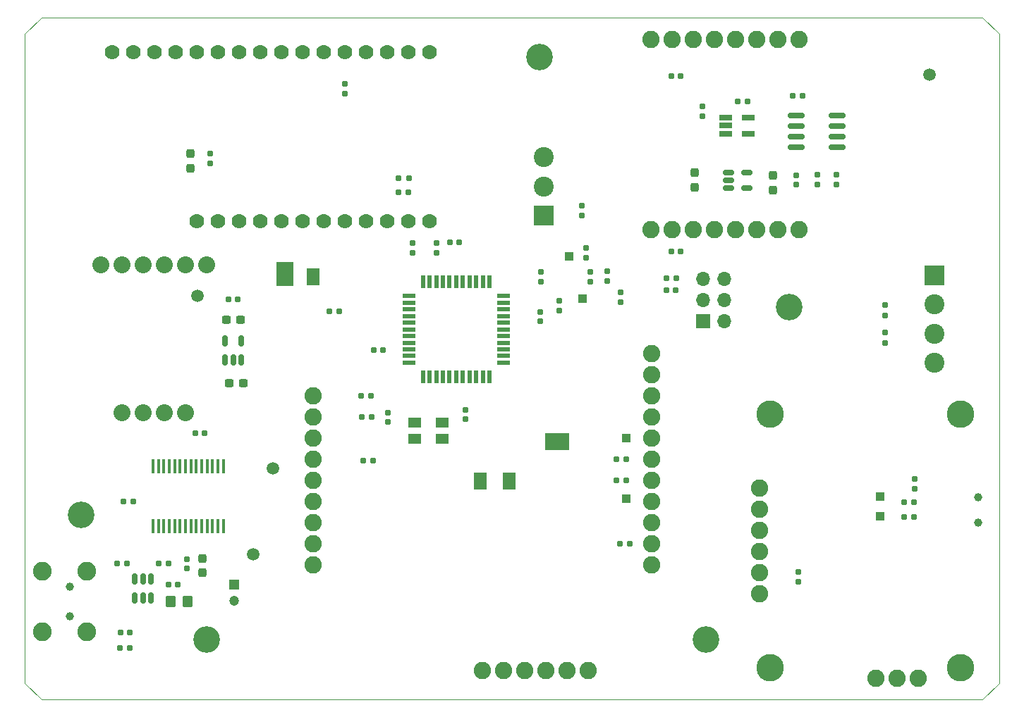
<source format=gbr>
%TF.GenerationSoftware,KiCad,Pcbnew,7.0.5*%
%TF.CreationDate,2023-07-20T14:33:04+01:00*%
%TF.ProjectId,EmotionalCities_v.1.1,456d6f74-696f-46e6-916c-436974696573,rev?*%
%TF.SameCoordinates,PX76109c0PY3c14dc0*%
%TF.FileFunction,Soldermask,Top*%
%TF.FilePolarity,Negative*%
%FSLAX45Y45*%
G04 Gerber Fmt 4.5, Leading zero omitted, Abs format (unit mm)*
G04 Created by KiCad (PCBNEW 7.0.5) date 2023-07-20 14:33:04*
%MOMM*%
%LPD*%
G01*
G04 APERTURE LIST*
G04 Aperture macros list*
%AMRoundRect*
0 Rectangle with rounded corners*
0 $1 Rounding radius*
0 $2 $3 $4 $5 $6 $7 $8 $9 X,Y pos of 4 corners*
0 Add a 4 corners polygon primitive as box body*
4,1,4,$2,$3,$4,$5,$6,$7,$8,$9,$2,$3,0*
0 Add four circle primitives for the rounded corners*
1,1,$1+$1,$2,$3*
1,1,$1+$1,$4,$5*
1,1,$1+$1,$6,$7*
1,1,$1+$1,$8,$9*
0 Add four rect primitives between the rounded corners*
20,1,$1+$1,$2,$3,$4,$5,0*
20,1,$1+$1,$4,$5,$6,$7,0*
20,1,$1+$1,$6,$7,$8,$9,0*
20,1,$1+$1,$8,$9,$2,$3,0*%
G04 Aperture macros list end*
%ADD10RoundRect,0.160000X0.197500X0.160000X-0.197500X0.160000X-0.197500X-0.160000X0.197500X-0.160000X0*%
%ADD11C,1.500000*%
%ADD12RoundRect,0.160000X0.160000X-0.197500X0.160000X0.197500X-0.160000X0.197500X-0.160000X-0.197500X0*%
%ADD13RoundRect,0.150000X0.150000X-0.512500X0.150000X0.512500X-0.150000X0.512500X-0.150000X-0.512500X0*%
%ADD14RoundRect,0.160000X-0.160000X0.197500X-0.160000X-0.197500X0.160000X-0.197500X0.160000X0.197500X0*%
%ADD15RoundRect,0.155000X0.212500X0.155000X-0.212500X0.155000X-0.212500X-0.155000X0.212500X-0.155000X0*%
%ADD16RoundRect,0.155000X-0.155000X0.212500X-0.155000X-0.212500X0.155000X-0.212500X0.155000X0.212500X0*%
%ADD17RoundRect,0.237500X-0.237500X0.300000X-0.237500X-0.300000X0.237500X-0.300000X0.237500X0.300000X0*%
%ADD18RoundRect,0.160000X-0.197500X-0.160000X0.197500X-0.160000X0.197500X0.160000X-0.197500X0.160000X0*%
%ADD19R,1.000000X1.000000*%
%ADD20R,2.000000X3.000000*%
%ADD21RoundRect,0.150000X-0.825000X-0.150000X0.825000X-0.150000X0.825000X0.150000X-0.825000X0.150000X0*%
%ADD22RoundRect,0.237500X-0.237500X0.287500X-0.237500X-0.287500X0.237500X-0.287500X0.237500X0.287500X0*%
%ADD23R,3.000000X2.000000*%
%ADD24R,1.500000X2.000000*%
%ADD25R,1.560000X0.650000*%
%ADD26R,1.600000X1.300000*%
%ADD27R,1.500000X0.550000*%
%ADD28R,0.550000X1.500000*%
%ADD29RoundRect,0.155000X0.155000X-0.212500X0.155000X0.212500X-0.155000X0.212500X-0.155000X-0.212500X0*%
%ADD30RoundRect,0.155000X-0.212500X-0.155000X0.212500X-0.155000X0.212500X0.155000X-0.212500X0.155000X0*%
%ADD31RoundRect,0.150000X-0.512500X-0.150000X0.512500X-0.150000X0.512500X0.150000X-0.512500X0.150000X0*%
%ADD32RoundRect,0.250000X-0.350000X-0.450000X0.350000X-0.450000X0.350000X0.450000X-0.350000X0.450000X0*%
%ADD33R,0.450000X1.750000*%
%ADD34RoundRect,0.237500X-0.300000X-0.237500X0.300000X-0.237500X0.300000X0.237500X-0.300000X0.237500X0*%
%ADD35C,3.200000*%
%ADD36R,1.200000X1.200000*%
%ADD37C,1.200000*%
%ADD38C,1.000000*%
%ADD39C,2.250000*%
%ADD40C,3.302000*%
%ADD41C,2.082800*%
%ADD42C,2.032000*%
%ADD43R,1.700000X1.700000*%
%ADD44O,1.700000X1.700000*%
%ADD45R,2.400000X2.400000*%
%ADD46C,2.400000*%
%ADD47C,1.778000*%
%TA.AperFunction,Profile*%
%ADD48C,0.076200*%
%TD*%
G04 APERTURE END LIST*
D10*
%TO.C,R10*%
X3779500Y-3530000D03*
X3660000Y-3530000D03*
%TD*%
D11*
%TO.C,+3V3_tp1*%
X2070000Y-3350000D03*
%TD*%
D12*
%TO.C,R8*%
X6420402Y-3521508D03*
X6420402Y-3402008D03*
%TD*%
D11*
%TO.C,+5V_tp1*%
X2745000Y-6450000D03*
%TD*%
D13*
%TO.C,IC4*%
X2408372Y-4113458D03*
X2503372Y-4113458D03*
X2598372Y-4113458D03*
X2598372Y-3885958D03*
X2408372Y-3885958D03*
%TD*%
D14*
%TO.C,R7*%
X6200402Y-3057008D03*
X6200402Y-3176508D03*
%TD*%
D11*
%TO.C,GND_tp1*%
X2980000Y-5420000D03*
%TD*%
D15*
%TO.C,C12*%
X2560122Y-3390108D03*
X2446622Y-3390108D03*
%TD*%
D16*
%TO.C,C1*%
X4360402Y-4750009D03*
X4360402Y-4863509D03*
%TD*%
D17*
%TO.C,C52*%
X2134523Y-6503104D03*
X2134523Y-6675604D03*
%TD*%
D11*
%TO.C,GND_tp2*%
X10860000Y-690000D03*
%TD*%
D14*
%TO.C,R19*%
X7150402Y-3300250D03*
X7150402Y-3419750D03*
%TD*%
%TO.C,R20*%
X6995402Y-3052008D03*
X6995402Y-3171508D03*
%TD*%
D10*
%TO.C,R24*%
X7224013Y-5561759D03*
X7104513Y-5561759D03*
%TD*%
%TO.C,R26*%
X7224013Y-5306759D03*
X7104513Y-5306759D03*
%TD*%
%TO.C,R4*%
X10679750Y-6005000D03*
X10560250Y-6005000D03*
%TD*%
D18*
%TO.C,R5*%
X10560250Y-5830000D03*
X10679750Y-5830000D03*
%TD*%
D19*
%TO.C,SDA_portE1*%
X10270000Y-5755000D03*
%TD*%
D12*
%TO.C,R6*%
X3840737Y-914336D03*
X3840737Y-794836D03*
%TD*%
D19*
%TO.C,SCL_portE1*%
X10270000Y-6000000D03*
%TD*%
D18*
%TO.C,R18*%
X4062771Y-5323759D03*
X4182271Y-5323759D03*
%TD*%
D20*
%TO.C,TP17*%
X3120402Y-3086758D03*
%TD*%
D21*
%TO.C,U10*%
X9262500Y-1179500D03*
X9262500Y-1306500D03*
X9262500Y-1433500D03*
X9262500Y-1560500D03*
X9757500Y-1560500D03*
X9757500Y-1433500D03*
X9757500Y-1306500D03*
X9757500Y-1179500D03*
%TD*%
D22*
%TO.C,D1*%
X1992521Y-1636258D03*
X1992521Y-1811258D03*
%TD*%
D23*
%TO.C,TP16*%
X6390000Y-5100000D03*
%TD*%
D24*
%TO.C,TP13*%
X5470000Y-5575000D03*
%TD*%
D14*
%TO.C,R30*%
X9745000Y-1890250D03*
X9745000Y-2009750D03*
%TD*%
D25*
%TO.C,U8*%
X8415000Y-1205000D03*
X8415000Y-1300000D03*
X8415000Y-1395000D03*
X8685000Y-1395000D03*
X8685000Y-1205000D03*
%TD*%
D24*
%TO.C,TP9*%
X3464598Y-3115414D03*
%TD*%
D16*
%TO.C,C16*%
X10685000Y-5548250D03*
X10685000Y-5661750D03*
%TD*%
D18*
%TO.C,R2*%
X4490987Y-1934586D03*
X4610487Y-1934586D03*
%TD*%
D26*
%TO.C,X1*%
X4679272Y-5066509D03*
X5009272Y-5066509D03*
X5009272Y-4866509D03*
X4679272Y-4866509D03*
%TD*%
D10*
%TO.C,R3*%
X4605487Y-2104586D03*
X4485987Y-2104586D03*
%TD*%
D27*
%TO.C,U6*%
X5750402Y-4149258D03*
X5750402Y-4069258D03*
X5750402Y-3989258D03*
X5750402Y-3909258D03*
X5750402Y-3829258D03*
X5750402Y-3749258D03*
X5750402Y-3669258D03*
X5750402Y-3589258D03*
X5750402Y-3509258D03*
X5750402Y-3429258D03*
X5750402Y-3349258D03*
D28*
X5580402Y-3179258D03*
X5500402Y-3179258D03*
X5420402Y-3179258D03*
X5340402Y-3179258D03*
X5260402Y-3179258D03*
X5180402Y-3179258D03*
X5100402Y-3179258D03*
X5020402Y-3179258D03*
X4940402Y-3179258D03*
X4860402Y-3179258D03*
X4780402Y-3179258D03*
D27*
X4610402Y-3349258D03*
X4610402Y-3429258D03*
X4610402Y-3509258D03*
X4610402Y-3589258D03*
X4610402Y-3669258D03*
X4610402Y-3749258D03*
X4610402Y-3829258D03*
X4610402Y-3909258D03*
X4610402Y-3989258D03*
X4610402Y-4069258D03*
X4610402Y-4149258D03*
D28*
X4780402Y-4319259D03*
X4860402Y-4319259D03*
X4940402Y-4319259D03*
X5020402Y-4319259D03*
X5100402Y-4319259D03*
X5180402Y-4319259D03*
X5260402Y-4319259D03*
X5340402Y-4319259D03*
X5420402Y-4319259D03*
X5500402Y-4319259D03*
X5580402Y-4319259D03*
%TD*%
D12*
%TO.C,R14*%
X4655402Y-2826508D03*
X4655402Y-2707009D03*
%TD*%
D15*
%TO.C,C19*%
X7876750Y-2810000D03*
X7763250Y-2810000D03*
%TD*%
%TO.C,C20*%
X7876750Y-701758D03*
X7763250Y-701758D03*
%TD*%
D12*
%TO.C,R11*%
X6790402Y-3176508D03*
X6790402Y-3057008D03*
%TD*%
%TO.C,R12*%
X6735402Y-2886508D03*
X6735402Y-2767009D03*
%TD*%
D29*
%TO.C,C18*%
X9290737Y-6781336D03*
X9290737Y-6667836D03*
%TD*%
D12*
%TO.C,R13*%
X4940402Y-2826508D03*
X4940402Y-2707009D03*
%TD*%
D19*
%TO.C,GPS_RXI1*%
X7224263Y-5786758D03*
%TD*%
D15*
%TO.C,C27*%
X9336750Y-938741D03*
X9223250Y-938741D03*
%TD*%
D17*
%TO.C,C28*%
X8980000Y-1900508D03*
X8980000Y-2073008D03*
%TD*%
D30*
%TO.C,C23*%
X7147513Y-6325414D03*
X7261013Y-6325414D03*
%TD*%
D31*
%TO.C,IC1*%
X8446250Y-1861758D03*
X8446250Y-1956758D03*
X8446250Y-2051758D03*
X8673750Y-2051758D03*
X8673750Y-1861758D03*
%TD*%
D29*
%TO.C,C29*%
X9260000Y-2008508D03*
X9260000Y-1895008D03*
%TD*%
D30*
%TO.C,C24*%
X8563250Y-1010000D03*
X8676750Y-1010000D03*
%TD*%
D16*
%TO.C,C32*%
X6690000Y-2263250D03*
X6690000Y-2376750D03*
%TD*%
D17*
%TO.C,C26*%
X8045000Y-1865508D03*
X8045000Y-2038008D03*
%TD*%
D12*
%TO.C,R29*%
X9520000Y-2009750D03*
X9520000Y-1890250D03*
%TD*%
D14*
%TO.C,R1*%
X8140000Y-1070250D03*
X8140000Y-1189750D03*
%TD*%
D19*
%TO.C,GPS_TXO1*%
X7224263Y-5056759D03*
%TD*%
D24*
%TO.C,TP15*%
X5820000Y-5575000D03*
%TD*%
D30*
%TO.C,C4*%
X1612513Y-6565414D03*
X1726013Y-6565414D03*
%TD*%
D14*
%TO.C,R37*%
X2230402Y-1635664D03*
X2230402Y-1755164D03*
%TD*%
D30*
%TO.C,C3*%
X1727513Y-6820000D03*
X1841013Y-6820000D03*
%TD*%
D15*
%TO.C,C9*%
X2161013Y-4995414D03*
X2047513Y-4995414D03*
%TD*%
D29*
%TO.C,C14*%
X6190402Y-3653508D03*
X6190402Y-3540008D03*
%TD*%
D30*
%TO.C,C15*%
X4186902Y-3996758D03*
X4300402Y-3996758D03*
%TD*%
D29*
%TO.C,C21*%
X5294402Y-4829509D03*
X5294402Y-4716009D03*
%TD*%
D30*
%TO.C,C51*%
X7703987Y-3274586D03*
X7817487Y-3274586D03*
%TD*%
D18*
%TO.C,R68*%
X7700987Y-3134586D03*
X7820487Y-3134586D03*
%TD*%
D32*
%TO.C,L1*%
X1754263Y-7020000D03*
X1954263Y-7020000D03*
%TD*%
D15*
%TO.C,C13*%
X5217152Y-2706759D03*
X5103652Y-2706759D03*
%TD*%
D33*
%TO.C,IC3*%
X2384263Y-5395414D03*
X2319263Y-5395414D03*
X2254263Y-5395414D03*
X2189263Y-5395414D03*
X2124263Y-5395414D03*
X2059263Y-5395414D03*
X1994263Y-5395414D03*
X1929263Y-5395414D03*
X1864263Y-5395414D03*
X1799263Y-5395414D03*
X1734263Y-5395414D03*
X1669263Y-5395414D03*
X1604263Y-5395414D03*
X1539263Y-5395414D03*
X1539263Y-6115414D03*
X1604263Y-6115414D03*
X1669263Y-6115414D03*
X1734263Y-6115414D03*
X1799263Y-6115414D03*
X1864263Y-6115414D03*
X1929263Y-6115414D03*
X1994263Y-6115414D03*
X2059263Y-6115414D03*
X2124263Y-6115414D03*
X2189263Y-6115414D03*
X2254263Y-6115414D03*
X2319263Y-6115414D03*
X2384263Y-6115414D03*
%TD*%
D15*
%TO.C,C6*%
X1226013Y-6565414D03*
X1112513Y-6565414D03*
%TD*%
D34*
%TO.C,C10*%
X2453750Y-4400000D03*
X2626250Y-4400000D03*
%TD*%
D30*
%TO.C,C2*%
X1147513Y-7395414D03*
X1261013Y-7395414D03*
%TD*%
D16*
%TO.C,C5*%
X1944263Y-6508664D03*
X1944263Y-6622164D03*
%TD*%
D34*
%TO.C,C11*%
X2417122Y-3633948D03*
X2589622Y-3633948D03*
%TD*%
D13*
%TO.C,IC2*%
X1324263Y-6979164D03*
X1419263Y-6979164D03*
X1514263Y-6979164D03*
X1514263Y-6751664D03*
X1419263Y-6751664D03*
X1324263Y-6751664D03*
%TD*%
D30*
%TO.C,C7*%
X1187513Y-5815414D03*
X1301013Y-5815414D03*
%TD*%
D18*
%TO.C,R69*%
X1144513Y-7575414D03*
X1264013Y-7575414D03*
%TD*%
D19*
%TO.C,SCL_portC1*%
X6540000Y-2870000D03*
%TD*%
D18*
%TO.C,R22*%
X4042771Y-4803759D03*
X4162271Y-4803759D03*
%TD*%
D14*
%TO.C,R27*%
X10330000Y-3460250D03*
X10330000Y-3579750D03*
%TD*%
D35*
%TO.C,H5*%
X680000Y-5980000D03*
%TD*%
D19*
%TO.C,SDA_portC1*%
X6700000Y-3380000D03*
%TD*%
D14*
%TO.C,R25*%
X10330000Y-3790250D03*
X10330000Y-3909750D03*
%TD*%
D10*
%TO.C,R9*%
X4160487Y-4544586D03*
X4040987Y-4544586D03*
%TD*%
D36*
%TO.C,C39*%
X2514263Y-6815414D03*
D37*
X2514263Y-7015414D03*
%TD*%
D38*
%TO.C,J1*%
X544525Y-7195110D03*
X544525Y-6845110D03*
D39*
X214525Y-7385110D03*
X744525Y-7385110D03*
X214525Y-6655110D03*
X744525Y-6655110D03*
%TD*%
D40*
%TO.C,U1*%
X8952000Y-7814000D03*
X11238000Y-7814000D03*
X8952000Y-4766000D03*
X11238000Y-4766000D03*
D41*
X10730000Y-7941000D03*
X10476000Y-7941000D03*
X10222000Y-7941000D03*
X8825000Y-6925000D03*
X8825000Y-6671000D03*
X8825000Y-6417000D03*
X8825000Y-6163000D03*
X8825000Y-5909000D03*
X8825000Y-5655000D03*
%TD*%
D38*
%TO.C,U7*%
X11450000Y-5770000D03*
X11450000Y-6070000D03*
%TD*%
D41*
%TO.C,U4*%
X3464000Y-6579758D03*
X3464000Y-6325758D03*
X3464000Y-6071758D03*
X3464000Y-5817758D03*
X3464000Y-5563759D03*
X3464000Y-5309759D03*
X3464000Y-5055759D03*
X3464000Y-4801759D03*
X3464000Y-4547759D03*
X7528000Y-4039758D03*
X7528000Y-4293759D03*
X7528000Y-4547759D03*
X7528000Y-4801759D03*
X7528000Y-5055759D03*
X7528000Y-5309759D03*
X7528000Y-5563759D03*
X7528000Y-5817758D03*
X7528000Y-6071758D03*
X7528000Y-6325758D03*
X7528000Y-6579758D03*
X6766000Y-7847218D03*
X6512000Y-7847218D03*
X6258000Y-7847218D03*
X6004000Y-7847218D03*
X5750000Y-7847218D03*
X5496000Y-7847218D03*
%TD*%
%TO.C,U2*%
X9296297Y-2551327D03*
X9042297Y-2551327D03*
X8788297Y-2551327D03*
X8534297Y-2551327D03*
X8280297Y-2551327D03*
X8026297Y-2551327D03*
X7772297Y-2551327D03*
X7518297Y-2551327D03*
X7518297Y-265327D03*
X7772297Y-265327D03*
X8026297Y-265327D03*
X8280297Y-265327D03*
X8534297Y-265327D03*
X8788297Y-265327D03*
X9042297Y-265327D03*
X9296297Y-265327D03*
%TD*%
D35*
%TO.C,H1*%
X2180000Y-7480000D03*
%TD*%
D42*
%TO.C,U3*%
X1168263Y-4753414D03*
X1422263Y-4753414D03*
X1676263Y-4753414D03*
X1930263Y-4753414D03*
X914263Y-2975414D03*
X1168263Y-2975414D03*
X1422263Y-2975414D03*
X1676263Y-2975414D03*
X1930263Y-2975414D03*
X2184263Y-2975414D03*
%TD*%
D43*
%TO.C,PDI1*%
X8140737Y-3654586D03*
D44*
X8394737Y-3654586D03*
X8140737Y-3400586D03*
X8394737Y-3400586D03*
X8140737Y-3146586D03*
X8394737Y-3146586D03*
%TD*%
D35*
%TO.C,H3*%
X8180000Y-7480000D03*
%TD*%
D45*
%TO.C,J4*%
X6230000Y-2380000D03*
D46*
X6230000Y-2030000D03*
X6230000Y-1680000D03*
%TD*%
D45*
%TO.C,J3*%
X10925000Y-3100000D03*
D46*
X10925000Y-3450000D03*
X10925000Y-3800000D03*
X10925000Y-4150000D03*
%TD*%
D47*
%TO.C,U5*%
X1050263Y-415414D03*
X1304263Y-415414D03*
X1558263Y-415414D03*
X1812263Y-415414D03*
X2066263Y-415414D03*
X2320263Y-415414D03*
X2574263Y-415414D03*
X2828263Y-415414D03*
X3082263Y-415414D03*
X3336263Y-415414D03*
X3590263Y-415414D03*
X3844263Y-415414D03*
X4098263Y-415414D03*
X4352263Y-415414D03*
X4606263Y-415414D03*
X4860263Y-415414D03*
X4860263Y-2447414D03*
X4606263Y-2447414D03*
X4352263Y-2447414D03*
X4098263Y-2447414D03*
X3844263Y-2447414D03*
X3590263Y-2447414D03*
X3336263Y-2447414D03*
X3082263Y-2447414D03*
X2828263Y-2447414D03*
X2574263Y-2447414D03*
X2320263Y-2447414D03*
X2066263Y-2447414D03*
%TD*%
D35*
%TO.C,H4*%
X6180000Y-480000D03*
%TD*%
%TO.C,H2*%
X9180000Y-3480000D03*
%TD*%
D48*
X200000Y0D02*
X11500000Y0D01*
X200000Y-8200000D02*
X11500000Y-8200000D01*
X0Y-8000000D02*
X0Y-200000D01*
X11500000Y0D02*
X11700000Y-200000D01*
X11700000Y-200000D02*
X11700000Y-8000000D01*
X11700000Y-8000000D02*
X11500000Y-8200000D01*
X200000Y0D02*
X0Y-200000D01*
X0Y-8000000D02*
X200000Y-8200000D01*
M02*

</source>
